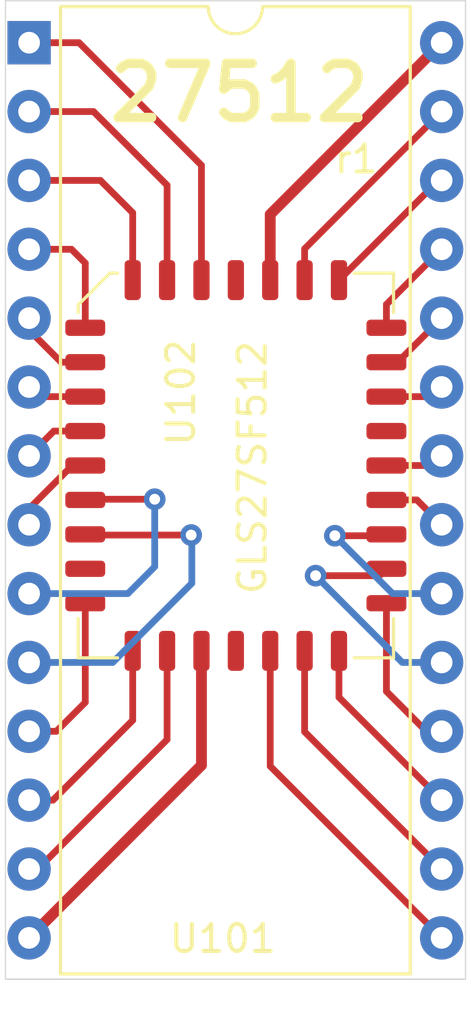
<source format=kicad_pcb>
(kicad_pcb (version 20171130) (host pcbnew 5.1.12-84ad8e8a86~92~ubuntu18.04.1)

  (general
    (thickness 1.6)
    (drawings 9)
    (tracks 82)
    (zones 0)
    (modules 2)
    (nets 33)
  )

  (page A4)
  (layers
    (0 F.Cu signal)
    (31 B.Cu signal)
    (32 B.Adhes user)
    (33 F.Adhes user)
    (34 B.Paste user)
    (35 F.Paste user)
    (36 B.SilkS user)
    (37 F.SilkS user)
    (38 B.Mask user)
    (39 F.Mask user)
    (40 Dwgs.User user)
    (41 Cmts.User user)
    (42 Eco1.User user)
    (43 Eco2.User user)
    (44 Edge.Cuts user)
    (45 Margin user)
    (46 B.CrtYd user)
    (47 F.CrtYd user)
    (48 B.Fab user)
    (49 F.Fab user)
  )

  (setup
    (last_trace_width 0.25)
    (trace_clearance 0.2)
    (zone_clearance 0.508)
    (zone_45_only no)
    (trace_min 0.2)
    (via_size 0.8)
    (via_drill 0.4)
    (via_min_size 0.4)
    (via_min_drill 0.3)
    (uvia_size 0.3)
    (uvia_drill 0.1)
    (uvias_allowed no)
    (uvia_min_size 0.2)
    (uvia_min_drill 0.1)
    (edge_width 0.05)
    (segment_width 0.2)
    (pcb_text_width 0.3)
    (pcb_text_size 1.5 1.5)
    (mod_edge_width 0.12)
    (mod_text_size 1 1)
    (mod_text_width 0.15)
    (pad_size 1.524 1.524)
    (pad_drill 0.762)
    (pad_to_mask_clearance 0)
    (aux_axis_origin 0 0)
    (visible_elements FFFFFF7F)
    (pcbplotparams
      (layerselection 0x010fc_ffffffff)
      (usegerberextensions false)
      (usegerberattributes true)
      (usegerberadvancedattributes true)
      (creategerberjobfile true)
      (excludeedgelayer true)
      (linewidth 0.100000)
      (plotframeref false)
      (viasonmask false)
      (mode 1)
      (useauxorigin false)
      (hpglpennumber 1)
      (hpglpenspeed 20)
      (hpglpendiameter 15.000000)
      (psnegative false)
      (psa4output false)
      (plotreference true)
      (plotvalue true)
      (plotinvisibletext false)
      (padsonsilk false)
      (subtractmaskfromsilk false)
      (outputformat 1)
      (mirror false)
      (drillshape 0)
      (scaleselection 1)
      (outputdirectory "r1/"))
  )

  (net 0 "")
  (net 1 /a15)
  (net 2 /d3)
  (net 3 /a12)
  (net 4 /d4)
  (net 5 /a7)
  (net 6 /d5)
  (net 7 /a6)
  (net 8 /d6)
  (net 9 /a5)
  (net 10 /d7)
  (net 11 /a4)
  (net 12 /_ce)
  (net 13 /a3)
  (net 14 /a10)
  (net 15 /a2)
  (net 16 /_oe)
  (net 17 /a1)
  (net 18 /a11)
  (net 19 /a0)
  (net 20 /a9)
  (net 21 /d0)
  (net 22 /a8)
  (net 23 /d1)
  (net 24 /a13)
  (net 25 /d2)
  (net 26 /a14)
  (net 27 GND)
  (net 28 +5V)
  (net 29 "Net-(U102-Pad1)")
  (net 30 "Net-(U102-Pad12)")
  (net 31 "Net-(U102-Pad17)")
  (net 32 "Net-(U102-Pad26)")

  (net_class Default "This is the default net class."
    (clearance 0.2)
    (trace_width 0.25)
    (via_dia 0.8)
    (via_drill 0.4)
    (uvia_dia 0.3)
    (uvia_drill 0.1)
    (add_net +5V)
    (add_net /_ce)
    (add_net /_oe)
    (add_net /a0)
    (add_net /a1)
    (add_net /a10)
    (add_net /a11)
    (add_net /a12)
    (add_net /a13)
    (add_net /a14)
    (add_net /a15)
    (add_net /a2)
    (add_net /a3)
    (add_net /a4)
    (add_net /a5)
    (add_net /a6)
    (add_net /a7)
    (add_net /a8)
    (add_net /a9)
    (add_net /d0)
    (add_net /d1)
    (add_net /d2)
    (add_net /d3)
    (add_net /d4)
    (add_net /d5)
    (add_net /d6)
    (add_net /d7)
    (add_net GND)
    (add_net "Net-(U102-Pad1)")
    (add_net "Net-(U102-Pad12)")
    (add_net "Net-(U102-Pad17)")
    (add_net "Net-(U102-Pad26)")
  )

  (module Package_DIP:DIP-28_W15.24mm (layer F.Cu) (tedit 5A02E8C5) (tstamp 648C3DF2)
    (at 86.952401 69.723201)
    (descr "28-lead though-hole mounted DIP package, row spacing 15.24 mm (600 mils)")
    (tags "THT DIP DIL PDIP 2.54mm 15.24mm 600mil")
    (path /648DA13A)
    (fp_text reference U101 (at 7.154599 33.045199) (layer F.SilkS)
      (effects (font (size 1 1) (thickness 0.15)))
    )
    (fp_text value 27512 (at 7.62 35.35) (layer F.Fab)
      (effects (font (size 1 1) (thickness 0.15)))
    )
    (fp_line (start 16.3 -1.55) (end -1.05 -1.55) (layer F.CrtYd) (width 0.05))
    (fp_line (start 16.3 34.55) (end 16.3 -1.55) (layer F.CrtYd) (width 0.05))
    (fp_line (start -1.05 34.55) (end 16.3 34.55) (layer F.CrtYd) (width 0.05))
    (fp_line (start -1.05 -1.55) (end -1.05 34.55) (layer F.CrtYd) (width 0.05))
    (fp_line (start 14.08 -1.33) (end 8.62 -1.33) (layer F.SilkS) (width 0.12))
    (fp_line (start 14.08 34.35) (end 14.08 -1.33) (layer F.SilkS) (width 0.12))
    (fp_line (start 1.16 34.35) (end 14.08 34.35) (layer F.SilkS) (width 0.12))
    (fp_line (start 1.16 -1.33) (end 1.16 34.35) (layer F.SilkS) (width 0.12))
    (fp_line (start 6.62 -1.33) (end 1.16 -1.33) (layer F.SilkS) (width 0.12))
    (fp_line (start 0.255 -0.27) (end 1.255 -1.27) (layer F.Fab) (width 0.1))
    (fp_line (start 0.255 34.29) (end 0.255 -0.27) (layer F.Fab) (width 0.1))
    (fp_line (start 14.985 34.29) (end 0.255 34.29) (layer F.Fab) (width 0.1))
    (fp_line (start 14.985 -1.27) (end 14.985 34.29) (layer F.Fab) (width 0.1))
    (fp_line (start 1.255 -1.27) (end 14.985 -1.27) (layer F.Fab) (width 0.1))
    (fp_arc (start 7.62 -1.33) (end 6.62 -1.33) (angle -180) (layer F.SilkS) (width 0.12))
    (fp_text user %R (at 7.205399 33.070599) (layer F.Fab)
      (effects (font (size 1 1) (thickness 0.15)))
    )
    (pad 1 thru_hole rect (at 0 0) (size 1.6 1.6) (drill 0.8) (layers *.Cu *.Mask)
      (net 1 /a15))
    (pad 15 thru_hole oval (at 15.24 33.02) (size 1.6 1.6) (drill 0.8) (layers *.Cu *.Mask)
      (net 2 /d3))
    (pad 2 thru_hole oval (at 0 2.54) (size 1.6 1.6) (drill 0.8) (layers *.Cu *.Mask)
      (net 3 /a12))
    (pad 16 thru_hole oval (at 15.24 30.48) (size 1.6 1.6) (drill 0.8) (layers *.Cu *.Mask)
      (net 4 /d4))
    (pad 3 thru_hole oval (at 0 5.08) (size 1.6 1.6) (drill 0.8) (layers *.Cu *.Mask)
      (net 5 /a7))
    (pad 17 thru_hole oval (at 15.24 27.94) (size 1.6 1.6) (drill 0.8) (layers *.Cu *.Mask)
      (net 6 /d5))
    (pad 4 thru_hole oval (at 0 7.62) (size 1.6 1.6) (drill 0.8) (layers *.Cu *.Mask)
      (net 7 /a6))
    (pad 18 thru_hole oval (at 15.24 25.4) (size 1.6 1.6) (drill 0.8) (layers *.Cu *.Mask)
      (net 8 /d6))
    (pad 5 thru_hole oval (at 0 10.16) (size 1.6 1.6) (drill 0.8) (layers *.Cu *.Mask)
      (net 9 /a5))
    (pad 19 thru_hole oval (at 15.24 22.86) (size 1.6 1.6) (drill 0.8) (layers *.Cu *.Mask)
      (net 10 /d7))
    (pad 6 thru_hole oval (at 0 12.7) (size 1.6 1.6) (drill 0.8) (layers *.Cu *.Mask)
      (net 11 /a4))
    (pad 20 thru_hole oval (at 15.24 20.32) (size 1.6 1.6) (drill 0.8) (layers *.Cu *.Mask)
      (net 12 /_ce))
    (pad 7 thru_hole oval (at 0 15.24) (size 1.6 1.6) (drill 0.8) (layers *.Cu *.Mask)
      (net 13 /a3))
    (pad 21 thru_hole oval (at 15.24 17.78) (size 1.6 1.6) (drill 0.8) (layers *.Cu *.Mask)
      (net 14 /a10))
    (pad 8 thru_hole oval (at 0 17.78) (size 1.6 1.6) (drill 0.8) (layers *.Cu *.Mask)
      (net 15 /a2))
    (pad 22 thru_hole oval (at 15.24 15.24) (size 1.6 1.6) (drill 0.8) (layers *.Cu *.Mask)
      (net 16 /_oe))
    (pad 9 thru_hole oval (at 0 20.32) (size 1.6 1.6) (drill 0.8) (layers *.Cu *.Mask)
      (net 17 /a1))
    (pad 23 thru_hole oval (at 15.24 12.7) (size 1.6 1.6) (drill 0.8) (layers *.Cu *.Mask)
      (net 18 /a11))
    (pad 10 thru_hole oval (at 0 22.86) (size 1.6 1.6) (drill 0.8) (layers *.Cu *.Mask)
      (net 19 /a0))
    (pad 24 thru_hole oval (at 15.24 10.16) (size 1.6 1.6) (drill 0.8) (layers *.Cu *.Mask)
      (net 20 /a9))
    (pad 11 thru_hole oval (at 0 25.4) (size 1.6 1.6) (drill 0.8) (layers *.Cu *.Mask)
      (net 21 /d0))
    (pad 25 thru_hole oval (at 15.24 7.62) (size 1.6 1.6) (drill 0.8) (layers *.Cu *.Mask)
      (net 22 /a8))
    (pad 12 thru_hole oval (at 0 27.94) (size 1.6 1.6) (drill 0.8) (layers *.Cu *.Mask)
      (net 23 /d1))
    (pad 26 thru_hole oval (at 15.24 5.08) (size 1.6 1.6) (drill 0.8) (layers *.Cu *.Mask)
      (net 24 /a13))
    (pad 13 thru_hole oval (at 0 30.48) (size 1.6 1.6) (drill 0.8) (layers *.Cu *.Mask)
      (net 25 /d2))
    (pad 27 thru_hole oval (at 15.24 2.54) (size 1.6 1.6) (drill 0.8) (layers *.Cu *.Mask)
      (net 26 /a14))
    (pad 14 thru_hole oval (at 0 33.02) (size 1.6 1.6) (drill 0.8) (layers *.Cu *.Mask)
      (net 27 GND))
    (pad 28 thru_hole oval (at 15.24 0) (size 1.6 1.6) (drill 0.8) (layers *.Cu *.Mask)
      (net 28 +5V))
    (model ${KISYS3DMOD}/Package_DIP.3dshapes/DIP-28_W15.24mm.wrl
      (at (xyz 0 0 0))
      (scale (xyz 1 1 1))
      (rotate (xyz 0 0 0))
    )
  )

  (module Package_LCC:PLCC-32_11.4x14.0mm_P1.27mm (layer F.Cu) (tedit 5B298677) (tstamp 648C3E41)
    (at 94.5896 85.3186)
    (descr "PLCC, 32 Pin (http://ww1.microchip.com/downloads/en/DeviceDoc/doc0015.pdf), generated with kicad-footprint-generator ipc_plcc_jLead_generator.py")
    (tags "PLCC LCC")
    (path /648DA97D)
    (attr smd)
    (fp_text reference U102 (at -2.032 -2.6924 90) (layer F.SilkS)
      (effects (font (size 1 1) (thickness 0.15)))
    )
    (fp_text value GLS27SF512 (at 0 8.52) (layer F.Fab)
      (effects (font (size 1 1) (thickness 0.15)))
    )
    (fp_line (start -6.55 -5.63) (end -6.55 0) (layer F.CrtYd) (width 0.05))
    (fp_line (start -5.96 -5.63) (end -6.55 -5.63) (layer F.CrtYd) (width 0.05))
    (fp_line (start -5.96 -5.95) (end -5.96 -5.63) (layer F.CrtYd) (width 0.05))
    (fp_line (start -4.68 -7.23) (end -5.96 -5.95) (layer F.CrtYd) (width 0.05))
    (fp_line (start -4.36 -7.23) (end -4.68 -7.23) (layer F.CrtYd) (width 0.05))
    (fp_line (start -4.36 -7.82) (end -4.36 -7.23) (layer F.CrtYd) (width 0.05))
    (fp_line (start 0 -7.82) (end -4.36 -7.82) (layer F.CrtYd) (width 0.05))
    (fp_line (start 6.55 5.63) (end 6.55 0) (layer F.CrtYd) (width 0.05))
    (fp_line (start 5.96 5.63) (end 6.55 5.63) (layer F.CrtYd) (width 0.05))
    (fp_line (start 5.96 7.23) (end 5.96 5.63) (layer F.CrtYd) (width 0.05))
    (fp_line (start 4.36 7.23) (end 5.96 7.23) (layer F.CrtYd) (width 0.05))
    (fp_line (start 4.36 7.82) (end 4.36 7.23) (layer F.CrtYd) (width 0.05))
    (fp_line (start 0 7.82) (end 4.36 7.82) (layer F.CrtYd) (width 0.05))
    (fp_line (start -6.55 5.63) (end -6.55 0) (layer F.CrtYd) (width 0.05))
    (fp_line (start -5.96 5.63) (end -6.55 5.63) (layer F.CrtYd) (width 0.05))
    (fp_line (start -5.96 7.23) (end -5.96 5.63) (layer F.CrtYd) (width 0.05))
    (fp_line (start -4.36 7.23) (end -5.96 7.23) (layer F.CrtYd) (width 0.05))
    (fp_line (start -4.36 7.82) (end -4.36 7.23) (layer F.CrtYd) (width 0.05))
    (fp_line (start 0 7.82) (end -4.36 7.82) (layer F.CrtYd) (width 0.05))
    (fp_line (start 6.55 -5.63) (end 6.55 0) (layer F.CrtYd) (width 0.05))
    (fp_line (start 5.96 -5.63) (end 6.55 -5.63) (layer F.CrtYd) (width 0.05))
    (fp_line (start 5.96 -7.23) (end 5.96 -5.63) (layer F.CrtYd) (width 0.05))
    (fp_line (start 4.36 -7.23) (end 5.96 -7.23) (layer F.CrtYd) (width 0.05))
    (fp_line (start 4.36 -7.82) (end 4.36 -7.23) (layer F.CrtYd) (width 0.05))
    (fp_line (start 0 -7.82) (end 4.36 -7.82) (layer F.CrtYd) (width 0.05))
    (fp_line (start -0.5 -6.985) (end 0 -6.277893) (layer F.Fab) (width 0.1))
    (fp_line (start -4.575 -6.985) (end -0.5 -6.985) (layer F.Fab) (width 0.1))
    (fp_line (start -5.715 -5.845) (end -4.575 -6.985) (layer F.Fab) (width 0.1))
    (fp_line (start -5.715 6.985) (end -5.715 -5.845) (layer F.Fab) (width 0.1))
    (fp_line (start 5.715 6.985) (end -5.715 6.985) (layer F.Fab) (width 0.1))
    (fp_line (start 5.715 -6.985) (end 5.715 6.985) (layer F.Fab) (width 0.1))
    (fp_line (start 0.5 -6.985) (end 5.715 -6.985) (layer F.Fab) (width 0.1))
    (fp_line (start 0 -6.277893) (end 0.5 -6.985) (layer F.Fab) (width 0.1))
    (fp_line (start -5.825 -5.922782) (end -5.825 -5.64) (layer F.SilkS) (width 0.12))
    (fp_line (start -4.652782 -7.095) (end -5.825 -5.922782) (layer F.SilkS) (width 0.12))
    (fp_line (start -4.37 -7.095) (end -4.652782 -7.095) (layer F.SilkS) (width 0.12))
    (fp_line (start 5.825 7.095) (end 5.825 5.64) (layer F.SilkS) (width 0.12))
    (fp_line (start 4.37 7.095) (end 5.825 7.095) (layer F.SilkS) (width 0.12))
    (fp_line (start -5.825 7.095) (end -5.825 5.64) (layer F.SilkS) (width 0.12))
    (fp_line (start -4.37 7.095) (end -5.825 7.095) (layer F.SilkS) (width 0.12))
    (fp_line (start 5.825 -7.095) (end 5.825 -5.64) (layer F.SilkS) (width 0.12))
    (fp_line (start 4.37 -7.095) (end 5.825 -7.095) (layer F.SilkS) (width 0.12))
    (fp_text user %R (at -1.9304 -2.6416 90) (layer F.Fab)
      (effects (font (size 1 1) (thickness 0.15)))
    )
    (pad 1 smd roundrect (at 0 -6.8375) (size 0.6 1.475) (layers F.Cu F.Paste F.Mask) (roundrect_rratio 0.25)
      (net 29 "Net-(U102-Pad1)"))
    (pad 2 smd roundrect (at -1.27 -6.8375) (size 0.6 1.475) (layers F.Cu F.Paste F.Mask) (roundrect_rratio 0.25)
      (net 1 /a15))
    (pad 3 smd roundrect (at -2.54 -6.8375) (size 0.6 1.475) (layers F.Cu F.Paste F.Mask) (roundrect_rratio 0.25)
      (net 3 /a12))
    (pad 4 smd roundrect (at -3.81 -6.8375) (size 0.6 1.475) (layers F.Cu F.Paste F.Mask) (roundrect_rratio 0.25)
      (net 5 /a7))
    (pad 5 smd roundrect (at -5.5625 -5.08) (size 1.475 0.6) (layers F.Cu F.Paste F.Mask) (roundrect_rratio 0.25)
      (net 7 /a6))
    (pad 6 smd roundrect (at -5.5625 -3.81) (size 1.475 0.6) (layers F.Cu F.Paste F.Mask) (roundrect_rratio 0.25)
      (net 9 /a5))
    (pad 7 smd roundrect (at -5.5625 -2.54) (size 1.475 0.6) (layers F.Cu F.Paste F.Mask) (roundrect_rratio 0.25)
      (net 11 /a4))
    (pad 8 smd roundrect (at -5.5625 -1.27) (size 1.475 0.6) (layers F.Cu F.Paste F.Mask) (roundrect_rratio 0.25)
      (net 13 /a3))
    (pad 9 smd roundrect (at -5.5625 0) (size 1.475 0.6) (layers F.Cu F.Paste F.Mask) (roundrect_rratio 0.25)
      (net 15 /a2))
    (pad 10 smd roundrect (at -5.5625 1.27) (size 1.475 0.6) (layers F.Cu F.Paste F.Mask) (roundrect_rratio 0.25)
      (net 17 /a1))
    (pad 11 smd roundrect (at -5.5625 2.54) (size 1.475 0.6) (layers F.Cu F.Paste F.Mask) (roundrect_rratio 0.25)
      (net 19 /a0))
    (pad 12 smd roundrect (at -5.5625 3.81) (size 1.475 0.6) (layers F.Cu F.Paste F.Mask) (roundrect_rratio 0.25)
      (net 30 "Net-(U102-Pad12)"))
    (pad 13 smd roundrect (at -5.5625 5.08) (size 1.475 0.6) (layers F.Cu F.Paste F.Mask) (roundrect_rratio 0.25)
      (net 21 /d0))
    (pad 14 smd roundrect (at -3.81 6.8375) (size 0.6 1.475) (layers F.Cu F.Paste F.Mask) (roundrect_rratio 0.25)
      (net 23 /d1))
    (pad 15 smd roundrect (at -2.54 6.8375) (size 0.6 1.475) (layers F.Cu F.Paste F.Mask) (roundrect_rratio 0.25)
      (net 25 /d2))
    (pad 16 smd roundrect (at -1.27 6.8375) (size 0.6 1.475) (layers F.Cu F.Paste F.Mask) (roundrect_rratio 0.25)
      (net 27 GND))
    (pad 17 smd roundrect (at 0 6.8375) (size 0.6 1.475) (layers F.Cu F.Paste F.Mask) (roundrect_rratio 0.25)
      (net 31 "Net-(U102-Pad17)"))
    (pad 18 smd roundrect (at 1.27 6.8375) (size 0.6 1.475) (layers F.Cu F.Paste F.Mask) (roundrect_rratio 0.25)
      (net 2 /d3))
    (pad 19 smd roundrect (at 2.54 6.8375) (size 0.6 1.475) (layers F.Cu F.Paste F.Mask) (roundrect_rratio 0.25)
      (net 4 /d4))
    (pad 20 smd roundrect (at 3.81 6.8375) (size 0.6 1.475) (layers F.Cu F.Paste F.Mask) (roundrect_rratio 0.25)
      (net 6 /d5))
    (pad 21 smd roundrect (at 5.5625 5.08) (size 1.475 0.6) (layers F.Cu F.Paste F.Mask) (roundrect_rratio 0.25)
      (net 8 /d6))
    (pad 22 smd roundrect (at 5.5625 3.81) (size 1.475 0.6) (layers F.Cu F.Paste F.Mask) (roundrect_rratio 0.25)
      (net 10 /d7))
    (pad 23 smd roundrect (at 5.5625 2.54) (size 1.475 0.6) (layers F.Cu F.Paste F.Mask) (roundrect_rratio 0.25)
      (net 12 /_ce))
    (pad 24 smd roundrect (at 5.5625 1.27) (size 1.475 0.6) (layers F.Cu F.Paste F.Mask) (roundrect_rratio 0.25)
      (net 14 /a10))
    (pad 25 smd roundrect (at 5.5625 0) (size 1.475 0.6) (layers F.Cu F.Paste F.Mask) (roundrect_rratio 0.25)
      (net 16 /_oe))
    (pad 26 smd roundrect (at 5.5625 -1.27) (size 1.475 0.6) (layers F.Cu F.Paste F.Mask) (roundrect_rratio 0.25)
      (net 32 "Net-(U102-Pad26)"))
    (pad 27 smd roundrect (at 5.5625 -2.54) (size 1.475 0.6) (layers F.Cu F.Paste F.Mask) (roundrect_rratio 0.25)
      (net 18 /a11))
    (pad 28 smd roundrect (at 5.5625 -3.81) (size 1.475 0.6) (layers F.Cu F.Paste F.Mask) (roundrect_rratio 0.25)
      (net 20 /a9))
    (pad 29 smd roundrect (at 5.5625 -5.08) (size 1.475 0.6) (layers F.Cu F.Paste F.Mask) (roundrect_rratio 0.25)
      (net 22 /a8))
    (pad 30 smd roundrect (at 3.81 -6.8375) (size 0.6 1.475) (layers F.Cu F.Paste F.Mask) (roundrect_rratio 0.25)
      (net 24 /a13))
    (pad 31 smd roundrect (at 2.54 -6.8375) (size 0.6 1.475) (layers F.Cu F.Paste F.Mask) (roundrect_rratio 0.25)
      (net 26 /a14))
    (pad 32 smd roundrect (at 1.27 -6.8375) (size 0.6 1.475) (layers F.Cu F.Paste F.Mask) (roundrect_rratio 0.25)
      (net 28 +5V))
    (model ${KISYS3DMOD}/Package_LCC.3dshapes/PLCC-32_11.4x14.0mm_P1.27mm.wrl
      (at (xyz 0 0 0))
      (scale (xyz 1 1 1))
      (rotate (xyz 0 0 0))
    )
  )

  (gr_text r1 (at 99.0346 74.0156) (layer F.SilkS)
    (effects (font (size 1 1) (thickness 0.15)))
  )
  (gr_line (start 103.0732 68.1736) (end 86.0806 68.1736) (layer Edge.Cuts) (width 0.05) (tstamp 648C4C24))
  (gr_line (start 103.0732 68.3006) (end 103.0732 68.1736) (layer Edge.Cuts) (width 0.05))
  (gr_line (start 103.0732 104.267) (end 103.0732 68.3006) (layer Edge.Cuts) (width 0.05))
  (gr_line (start 103.0478 104.267) (end 103.0732 104.267) (layer Edge.Cuts) (width 0.05))
  (gr_line (start 86.0806 104.267) (end 103.0478 104.267) (layer Edge.Cuts) (width 0.05))
  (gr_line (start 86.0806 68.1736) (end 86.0806 104.267) (layer Edge.Cuts) (width 0.05))
  (gr_text GLS27SF512 (at 95.1992 85.3948 90) (layer F.SilkS)
    (effects (font (size 1 1) (thickness 0.15)))
  )
  (gr_text 27512 (at 94.7166 71.5772) (layer F.SilkS)
    (effects (font (size 2 2) (thickness 0.35)))
  )

  (segment (start 93.3196 78.4811) (end 93.3196 74.2442) (width 0.25) (layer F.Cu) (net 1))
  (segment (start 88.798601 69.723201) (end 86.952401 69.723201) (width 0.25) (layer F.Cu) (net 1))
  (segment (start 93.3196 74.2442) (end 88.798601 69.723201) (width 0.25) (layer F.Cu) (net 1))
  (segment (start 95.8596 96.4104) (end 102.192401 102.743201) (width 0.25) (layer F.Cu) (net 2))
  (segment (start 95.8596 92.1561) (end 95.8596 96.4104) (width 0.25) (layer F.Cu) (net 2))
  (segment (start 92.0496 78.4811) (end 92.0496 74.9808) (width 0.25) (layer F.Cu) (net 3))
  (segment (start 89.332001 72.263201) (end 86.952401 72.263201) (width 0.25) (layer F.Cu) (net 3))
  (segment (start 92.0496 74.9808) (end 89.332001 72.263201) (width 0.25) (layer F.Cu) (net 3))
  (segment (start 97.1296 95.1404) (end 97.1296 92.1561) (width 0.25) (layer F.Cu) (net 4))
  (segment (start 102.192401 100.203201) (end 97.1296 95.1404) (width 0.25) (layer F.Cu) (net 4))
  (segment (start 90.7796 78.4811) (end 90.7796 75.9968) (width 0.25) (layer F.Cu) (net 5))
  (segment (start 89.586001 74.803201) (end 86.952401 74.803201) (width 0.25) (layer F.Cu) (net 5))
  (segment (start 90.7796 75.9968) (end 89.586001 74.803201) (width 0.25) (layer F.Cu) (net 5))
  (segment (start 98.3996 93.8704) (end 102.192401 97.663201) (width 0.25) (layer F.Cu) (net 6))
  (segment (start 98.3996 92.1561) (end 98.3996 93.8704) (width 0.25) (layer F.Cu) (net 6))
  (segment (start 89.0271 80.2386) (end 89.0271 77.8511) (width 0.25) (layer F.Cu) (net 7))
  (segment (start 88.519201 77.343201) (end 86.952401 77.343201) (width 0.25) (layer F.Cu) (net 7))
  (segment (start 89.0271 77.8511) (end 88.519201 77.343201) (width 0.25) (layer F.Cu) (net 7))
  (segment (start 100.1521 90.3986) (end 100.1521 93.6497) (width 0.25) (layer F.Cu) (net 8))
  (segment (start 101.625601 95.123201) (end 102.192401 95.123201) (width 0.25) (layer F.Cu) (net 8))
  (segment (start 100.1521 93.6497) (end 101.625601 95.123201) (width 0.25) (layer F.Cu) (net 8))
  (segment (start 89.0271 81.5086) (end 88.138 81.5086) (width 0.25) (layer F.Cu) (net 9))
  (segment (start 86.952401 80.323001) (end 86.952401 79.883201) (width 0.25) (layer F.Cu) (net 9))
  (segment (start 88.138 81.5086) (end 86.952401 80.323001) (width 0.25) (layer F.Cu) (net 9))
  (via (at 97.536 89.3826) (size 0.8) (drill 0.4) (layers F.Cu B.Cu) (net 10))
  (segment (start 102.192401 92.583201) (end 100.736601 92.583201) (width 0.25) (layer B.Cu) (net 10))
  (segment (start 100.736601 92.583201) (end 97.536 89.3826) (width 0.25) (layer B.Cu) (net 10))
  (segment (start 99.8981 89.3826) (end 100.1521 89.1286) (width 0.25) (layer F.Cu) (net 10))
  (segment (start 97.536 89.3826) (end 99.8981 89.3826) (width 0.25) (layer F.Cu) (net 10))
  (segment (start 87.3078 82.7786) (end 86.952401 82.423201) (width 0.25) (layer F.Cu) (net 11))
  (segment (start 89.0271 82.7786) (end 87.3078 82.7786) (width 0.25) (layer F.Cu) (net 11))
  (via (at 98.2472 87.9094) (size 0.8) (drill 0.4) (layers F.Cu B.Cu) (net 12))
  (segment (start 102.192401 90.043201) (end 100.381001 90.043201) (width 0.25) (layer B.Cu) (net 12))
  (segment (start 100.381001 90.043201) (end 98.2472 87.9094) (width 0.25) (layer B.Cu) (net 12))
  (segment (start 100.1013 87.9094) (end 100.1521 87.8586) (width 0.25) (layer F.Cu) (net 12))
  (segment (start 98.2472 87.9094) (end 100.1013 87.9094) (width 0.25) (layer F.Cu) (net 12))
  (segment (start 87.867002 84.0486) (end 86.952401 84.963201) (width 0.25) (layer F.Cu) (net 13))
  (segment (start 89.0271 84.0486) (end 87.867002 84.0486) (width 0.25) (layer F.Cu) (net 13))
  (segment (start 101.2778 86.5886) (end 102.192401 87.503201) (width 0.25) (layer F.Cu) (net 14))
  (segment (start 100.1521 86.5886) (end 101.2778 86.5886) (width 0.25) (layer F.Cu) (net 14))
  (segment (start 89.0271 85.3186) (end 88.5444 85.3186) (width 0.25) (layer F.Cu) (net 15))
  (segment (start 86.952401 86.910599) (end 86.952401 87.503201) (width 0.25) (layer F.Cu) (net 15))
  (segment (start 88.5444 85.3186) (end 86.952401 86.910599) (width 0.25) (layer F.Cu) (net 15))
  (segment (start 101.837002 85.3186) (end 102.192401 84.963201) (width 0.25) (layer F.Cu) (net 16))
  (segment (start 100.1521 85.3186) (end 101.837002 85.3186) (width 0.25) (layer F.Cu) (net 16))
  (segment (start 86.952401 90.043201) (end 90.601599 90.043201) (width 0.25) (layer B.Cu) (net 17))
  (segment (start 90.601599 90.043201) (end 91.5924 89.0524) (width 0.25) (layer B.Cu) (net 17))
  (via (at 91.5924 86.5632) (size 0.8) (drill 0.4) (layers F.Cu B.Cu) (net 17))
  (segment (start 91.5924 89.0524) (end 91.5924 86.5632) (width 0.25) (layer B.Cu) (net 17))
  (segment (start 89.0525 86.5632) (end 89.0271 86.5886) (width 0.25) (layer F.Cu) (net 17))
  (segment (start 91.5924 86.5632) (end 89.0525 86.5632) (width 0.25) (layer F.Cu) (net 17))
  (segment (start 101.837002 82.7786) (end 102.192401 82.423201) (width 0.25) (layer F.Cu) (net 18))
  (segment (start 100.1521 82.7786) (end 101.837002 82.7786) (width 0.25) (layer F.Cu) (net 18))
  (segment (start 86.952401 92.583201) (end 90.042799 92.583201) (width 0.25) (layer B.Cu) (net 19))
  (segment (start 90.042799 92.583201) (end 92.964 89.662) (width 0.25) (layer B.Cu) (net 19))
  (via (at 92.9386 87.884) (size 0.8) (drill 0.4) (layers F.Cu B.Cu) (net 19))
  (segment (start 92.964 89.662) (end 92.964 87.9094) (width 0.25) (layer B.Cu) (net 19))
  (segment (start 92.964 87.9094) (end 92.9386 87.884) (width 0.25) (layer B.Cu) (net 19))
  (segment (start 89.0525 87.884) (end 89.0271 87.8586) (width 0.25) (layer F.Cu) (net 19))
  (segment (start 92.9386 87.884) (end 89.0525 87.884) (width 0.25) (layer F.Cu) (net 19))
  (segment (start 100.567002 81.5086) (end 102.192401 79.883201) (width 0.25) (layer F.Cu) (net 20))
  (segment (start 100.1521 81.5086) (end 100.567002 81.5086) (width 0.25) (layer F.Cu) (net 20))
  (segment (start 86.952401 95.123201) (end 87.959999 95.123201) (width 0.25) (layer F.Cu) (net 21))
  (segment (start 89.0271 94.0561) (end 89.0271 90.3986) (width 0.25) (layer F.Cu) (net 21))
  (segment (start 87.959999 95.123201) (end 89.0271 94.0561) (width 0.25) (layer F.Cu) (net 21))
  (segment (start 100.1521 80.2386) (end 100.1521 79.3751) (width 0.25) (layer F.Cu) (net 22))
  (segment (start 102.183999 77.343201) (end 102.192401 77.343201) (width 0.25) (layer F.Cu) (net 22))
  (segment (start 100.1521 79.3751) (end 102.183999 77.343201) (width 0.25) (layer F.Cu) (net 22))
  (segment (start 90.7796 92.1561) (end 90.7796 94.7166) (width 0.25) (layer F.Cu) (net 23))
  (segment (start 87.832999 97.663201) (end 86.952401 97.663201) (width 0.25) (layer F.Cu) (net 23))
  (segment (start 90.7796 94.7166) (end 87.832999 97.663201) (width 0.25) (layer F.Cu) (net 23))
  (segment (start 102.077499 74.803201) (end 102.192401 74.803201) (width 0.25) (layer F.Cu) (net 24))
  (segment (start 98.3996 78.4811) (end 102.077499 74.803201) (width 0.25) (layer F.Cu) (net 24))
  (segment (start 92.0496 92.1561) (end 92.0496 95.4278) (width 0.25) (layer F.Cu) (net 25))
  (segment (start 87.274199 100.203201) (end 86.952401 100.203201) (width 0.25) (layer F.Cu) (net 25))
  (segment (start 92.0496 95.4278) (end 87.274199 100.203201) (width 0.25) (layer F.Cu) (net 25))
  (segment (start 97.1296 77.326002) (end 102.192401 72.263201) (width 0.25) (layer F.Cu) (net 26))
  (segment (start 97.1296 78.4811) (end 97.1296 77.326002) (width 0.25) (layer F.Cu) (net 26))
  (segment (start 93.3196 96.376002) (end 86.952401 102.743201) (width 0.4) (layer F.Cu) (net 27))
  (segment (start 93.3196 92.1561) (end 93.3196 96.376002) (width 0.4) (layer F.Cu) (net 27))
  (segment (start 95.8596 76.056002) (end 102.192401 69.723201) (width 0.4) (layer F.Cu) (net 28))
  (segment (start 95.8596 78.4811) (end 95.8596 76.056002) (width 0.4) (layer F.Cu) (net 28))

)

</source>
